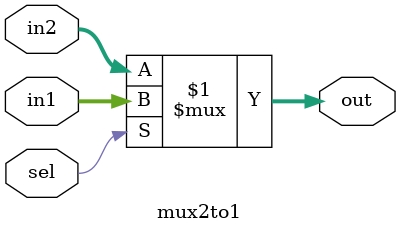
<source format=v>
module mux2to1
#(
  parameter INPUT_WIDTH = 8
)
(
  input   [INPUT_WIDTH-1:0] in1 ,
  input   [INPUT_WIDTH-1:0] in2 ,
  input                     sel ,
  output  [INPUT_WIDTH-1:0] out
);

assign  out = sel ? in1 : in2 ;

endmodule

</source>
